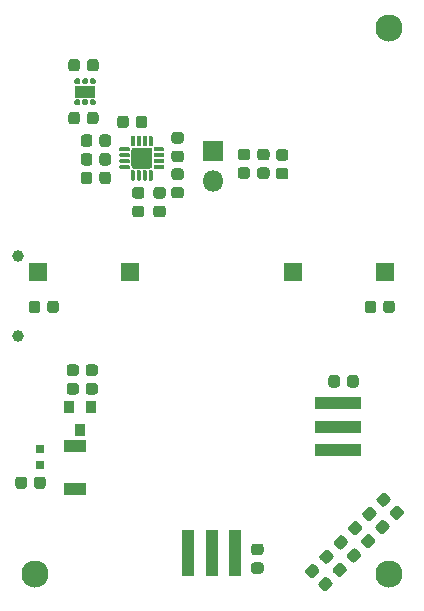
<source format=gbr>
%TF.GenerationSoftware,KiCad,Pcbnew,(5.1.6)-1*%
%TF.CreationDate,2020-07-04T15:59:08+08:00*%
%TF.ProjectId,24RF_Remote_Control,32345246-5f52-4656-9d6f-74655f436f6e,rev?*%
%TF.SameCoordinates,Original*%
%TF.FileFunction,Soldermask,Top*%
%TF.FilePolarity,Negative*%
%FSLAX46Y46*%
G04 Gerber Fmt 4.6, Leading zero omitted, Abs format (unit mm)*
G04 Created by KiCad (PCBNEW (5.1.6)-1) date 2020-07-04 15:59:08*
%MOMM*%
%LPD*%
G01*
G04 APERTURE LIST*
%ADD10R,1.700000X1.100000*%
%ADD11O,1.800000X1.800000*%
%ADD12R,1.800000X1.800000*%
%ADD13C,2.300000*%
%ADD14R,1.900000X1.000000*%
%ADD15R,0.800000X0.700000*%
%ADD16R,0.900000X1.000000*%
%ADD17C,1.000000*%
%ADD18R,1.600000X1.600000*%
%ADD19R,4.000000X1.100000*%
%ADD20R,1.100000X4.000000*%
G04 APERTURE END LIST*
%TO.C,U1*%
G36*
G01*
X140854260Y-78605940D02*
X140854260Y-79876740D01*
G75*
G02*
X140589660Y-80141340I-264600J0D01*
G01*
X139318860Y-80141340D01*
G75*
G02*
X139054260Y-79876740I0J264600D01*
G01*
X139054260Y-78605940D01*
G75*
G02*
X139318860Y-78341340I264600J0D01*
G01*
X140589660Y-78341340D01*
G75*
G02*
X140854260Y-78605940I0J-264600D01*
G01*
G37*
G36*
G01*
X141854260Y-79903840D02*
X141854260Y-80078840D01*
G75*
G02*
X141766760Y-80166340I-87500J0D01*
G01*
X141041760Y-80166340D01*
G75*
G02*
X140954260Y-80078840I0J87500D01*
G01*
X140954260Y-79903840D01*
G75*
G02*
X141041760Y-79816340I87500J0D01*
G01*
X141766760Y-79816340D01*
G75*
G02*
X141854260Y-79903840I0J-87500D01*
G01*
G37*
G36*
G01*
X141854260Y-79403840D02*
X141854260Y-79578840D01*
G75*
G02*
X141766760Y-79666340I-87500J0D01*
G01*
X141041760Y-79666340D01*
G75*
G02*
X140954260Y-79578840I0J87500D01*
G01*
X140954260Y-79403840D01*
G75*
G02*
X141041760Y-79316340I87500J0D01*
G01*
X141766760Y-79316340D01*
G75*
G02*
X141854260Y-79403840I0J-87500D01*
G01*
G37*
G36*
G01*
X141854260Y-78903840D02*
X141854260Y-79078840D01*
G75*
G02*
X141766760Y-79166340I-87500J0D01*
G01*
X141041760Y-79166340D01*
G75*
G02*
X140954260Y-79078840I0J87500D01*
G01*
X140954260Y-78903840D01*
G75*
G02*
X141041760Y-78816340I87500J0D01*
G01*
X141766760Y-78816340D01*
G75*
G02*
X141854260Y-78903840I0J-87500D01*
G01*
G37*
G36*
G01*
X141854260Y-78403840D02*
X141854260Y-78578840D01*
G75*
G02*
X141766760Y-78666340I-87500J0D01*
G01*
X141041760Y-78666340D01*
G75*
G02*
X140954260Y-78578840I0J87500D01*
G01*
X140954260Y-78403840D01*
G75*
G02*
X141041760Y-78316340I87500J0D01*
G01*
X141766760Y-78316340D01*
G75*
G02*
X141854260Y-78403840I0J-87500D01*
G01*
G37*
G36*
G01*
X140879260Y-77428840D02*
X140879260Y-78153840D01*
G75*
G02*
X140791760Y-78241340I-87500J0D01*
G01*
X140616760Y-78241340D01*
G75*
G02*
X140529260Y-78153840I0J87500D01*
G01*
X140529260Y-77428840D01*
G75*
G02*
X140616760Y-77341340I87500J0D01*
G01*
X140791760Y-77341340D01*
G75*
G02*
X140879260Y-77428840I0J-87500D01*
G01*
G37*
G36*
G01*
X140379260Y-77428840D02*
X140379260Y-78153840D01*
G75*
G02*
X140291760Y-78241340I-87500J0D01*
G01*
X140116760Y-78241340D01*
G75*
G02*
X140029260Y-78153840I0J87500D01*
G01*
X140029260Y-77428840D01*
G75*
G02*
X140116760Y-77341340I87500J0D01*
G01*
X140291760Y-77341340D01*
G75*
G02*
X140379260Y-77428840I0J-87500D01*
G01*
G37*
G36*
G01*
X139879260Y-77428840D02*
X139879260Y-78153840D01*
G75*
G02*
X139791760Y-78241340I-87500J0D01*
G01*
X139616760Y-78241340D01*
G75*
G02*
X139529260Y-78153840I0J87500D01*
G01*
X139529260Y-77428840D01*
G75*
G02*
X139616760Y-77341340I87500J0D01*
G01*
X139791760Y-77341340D01*
G75*
G02*
X139879260Y-77428840I0J-87500D01*
G01*
G37*
G36*
G01*
X139379260Y-77428840D02*
X139379260Y-78153840D01*
G75*
G02*
X139291760Y-78241340I-87500J0D01*
G01*
X139116760Y-78241340D01*
G75*
G02*
X139029260Y-78153840I0J87500D01*
G01*
X139029260Y-77428840D01*
G75*
G02*
X139116760Y-77341340I87500J0D01*
G01*
X139291760Y-77341340D01*
G75*
G02*
X139379260Y-77428840I0J-87500D01*
G01*
G37*
G36*
G01*
X138954260Y-78403840D02*
X138954260Y-78578840D01*
G75*
G02*
X138866760Y-78666340I-87500J0D01*
G01*
X138141760Y-78666340D01*
G75*
G02*
X138054260Y-78578840I0J87500D01*
G01*
X138054260Y-78403840D01*
G75*
G02*
X138141760Y-78316340I87500J0D01*
G01*
X138866760Y-78316340D01*
G75*
G02*
X138954260Y-78403840I0J-87500D01*
G01*
G37*
G36*
G01*
X138954260Y-78903840D02*
X138954260Y-79078840D01*
G75*
G02*
X138866760Y-79166340I-87500J0D01*
G01*
X138141760Y-79166340D01*
G75*
G02*
X138054260Y-79078840I0J87500D01*
G01*
X138054260Y-78903840D01*
G75*
G02*
X138141760Y-78816340I87500J0D01*
G01*
X138866760Y-78816340D01*
G75*
G02*
X138954260Y-78903840I0J-87500D01*
G01*
G37*
G36*
G01*
X138954260Y-79403840D02*
X138954260Y-79578840D01*
G75*
G02*
X138866760Y-79666340I-87500J0D01*
G01*
X138141760Y-79666340D01*
G75*
G02*
X138054260Y-79578840I0J87500D01*
G01*
X138054260Y-79403840D01*
G75*
G02*
X138141760Y-79316340I87500J0D01*
G01*
X138866760Y-79316340D01*
G75*
G02*
X138954260Y-79403840I0J-87500D01*
G01*
G37*
G36*
G01*
X138954260Y-79903840D02*
X138954260Y-80078840D01*
G75*
G02*
X138866760Y-80166340I-87500J0D01*
G01*
X138141760Y-80166340D01*
G75*
G02*
X138054260Y-80078840I0J87500D01*
G01*
X138054260Y-79903840D01*
G75*
G02*
X138141760Y-79816340I87500J0D01*
G01*
X138866760Y-79816340D01*
G75*
G02*
X138954260Y-79903840I0J-87500D01*
G01*
G37*
G36*
G01*
X139379260Y-80328840D02*
X139379260Y-81053840D01*
G75*
G02*
X139291760Y-81141340I-87500J0D01*
G01*
X139116760Y-81141340D01*
G75*
G02*
X139029260Y-81053840I0J87500D01*
G01*
X139029260Y-80328840D01*
G75*
G02*
X139116760Y-80241340I87500J0D01*
G01*
X139291760Y-80241340D01*
G75*
G02*
X139379260Y-80328840I0J-87500D01*
G01*
G37*
G36*
G01*
X139879260Y-80328840D02*
X139879260Y-81053840D01*
G75*
G02*
X139791760Y-81141340I-87500J0D01*
G01*
X139616760Y-81141340D01*
G75*
G02*
X139529260Y-81053840I0J87500D01*
G01*
X139529260Y-80328840D01*
G75*
G02*
X139616760Y-80241340I87500J0D01*
G01*
X139791760Y-80241340D01*
G75*
G02*
X139879260Y-80328840I0J-87500D01*
G01*
G37*
G36*
G01*
X140379260Y-80328840D02*
X140379260Y-81053840D01*
G75*
G02*
X140291760Y-81141340I-87500J0D01*
G01*
X140116760Y-81141340D01*
G75*
G02*
X140029260Y-81053840I0J87500D01*
G01*
X140029260Y-80328840D01*
G75*
G02*
X140116760Y-80241340I87500J0D01*
G01*
X140291760Y-80241340D01*
G75*
G02*
X140379260Y-80328840I0J-87500D01*
G01*
G37*
G36*
G01*
X140879260Y-80328840D02*
X140879260Y-81053840D01*
G75*
G02*
X140791760Y-81141340I-87500J0D01*
G01*
X140616760Y-81141340D01*
G75*
G02*
X140529260Y-81053840I0J87500D01*
G01*
X140529260Y-80328840D01*
G75*
G02*
X140616760Y-80241340I87500J0D01*
G01*
X140791760Y-80241340D01*
G75*
G02*
X140879260Y-80328840I0J-87500D01*
G01*
G37*
%TD*%
%TO.C,U2*%
G36*
G01*
X135670470Y-72488600D02*
X135932970Y-72488600D01*
G75*
G02*
X136051720Y-72607350I0J-118750D01*
G01*
X136051720Y-72844850D01*
G75*
G02*
X135932970Y-72963600I-118750J0D01*
G01*
X135670470Y-72963600D01*
G75*
G02*
X135551720Y-72844850I0J118750D01*
G01*
X135551720Y-72607350D01*
G75*
G02*
X135670470Y-72488600I118750J0D01*
G01*
G37*
G36*
G01*
X135020470Y-72488600D02*
X135282970Y-72488600D01*
G75*
G02*
X135401720Y-72607350I0J-118750D01*
G01*
X135401720Y-72844850D01*
G75*
G02*
X135282970Y-72963600I-118750J0D01*
G01*
X135020470Y-72963600D01*
G75*
G02*
X134901720Y-72844850I0J118750D01*
G01*
X134901720Y-72607350D01*
G75*
G02*
X135020470Y-72488600I118750J0D01*
G01*
G37*
G36*
G01*
X134370470Y-72488600D02*
X134632970Y-72488600D01*
G75*
G02*
X134751720Y-72607350I0J-118750D01*
G01*
X134751720Y-72844850D01*
G75*
G02*
X134632970Y-72963600I-118750J0D01*
G01*
X134370470Y-72963600D01*
G75*
G02*
X134251720Y-72844850I0J118750D01*
G01*
X134251720Y-72607350D01*
G75*
G02*
X134370470Y-72488600I118750J0D01*
G01*
G37*
G36*
G01*
X134370470Y-74263600D02*
X134632970Y-74263600D01*
G75*
G02*
X134751720Y-74382350I0J-118750D01*
G01*
X134751720Y-74619850D01*
G75*
G02*
X134632970Y-74738600I-118750J0D01*
G01*
X134370470Y-74738600D01*
G75*
G02*
X134251720Y-74619850I0J118750D01*
G01*
X134251720Y-74382350D01*
G75*
G02*
X134370470Y-74263600I118750J0D01*
G01*
G37*
G36*
G01*
X135020470Y-74263600D02*
X135282970Y-74263600D01*
G75*
G02*
X135401720Y-74382350I0J-118750D01*
G01*
X135401720Y-74619850D01*
G75*
G02*
X135282970Y-74738600I-118750J0D01*
G01*
X135020470Y-74738600D01*
G75*
G02*
X134901720Y-74619850I0J118750D01*
G01*
X134901720Y-74382350D01*
G75*
G02*
X135020470Y-74263600I118750J0D01*
G01*
G37*
G36*
G01*
X135670470Y-74263600D02*
X135932970Y-74263600D01*
G75*
G02*
X136051720Y-74382350I0J-118750D01*
G01*
X136051720Y-74619850D01*
G75*
G02*
X135932970Y-74738600I-118750J0D01*
G01*
X135670470Y-74738600D01*
G75*
G02*
X135551720Y-74619850I0J118750D01*
G01*
X135551720Y-74382350D01*
G75*
G02*
X135670470Y-74263600I118750J0D01*
G01*
G37*
D10*
X135151720Y-73613600D03*
%TD*%
D11*
%TO.C,J5*%
X145989900Y-81180260D03*
D12*
X145989900Y-78640260D03*
%TD*%
D13*
%TO.C,REF\u002A\u002A*%
X160844240Y-114462240D03*
%TD*%
%TO.C,REF\u002A\u002A*%
X160843820Y-68251760D03*
%TD*%
%TO.C,REF\u002A\u002A*%
X130891760Y-114462240D03*
%TD*%
D14*
%TO.C,BZ1*%
X134335600Y-107205480D03*
X134335600Y-103605480D03*
%TD*%
%TO.C,C1*%
G36*
G01*
X134788580Y-81192270D02*
X134788580Y-80629770D01*
G75*
G02*
X135032330Y-80386020I243750J0D01*
G01*
X135519830Y-80386020D01*
G75*
G02*
X135763580Y-80629770I0J-243750D01*
G01*
X135763580Y-81192270D01*
G75*
G02*
X135519830Y-81436020I-243750J0D01*
G01*
X135032330Y-81436020D01*
G75*
G02*
X134788580Y-81192270I0J243750D01*
G01*
G37*
G36*
G01*
X136363580Y-81192270D02*
X136363580Y-80629770D01*
G75*
G02*
X136607330Y-80386020I243750J0D01*
G01*
X137094830Y-80386020D01*
G75*
G02*
X137338580Y-80629770I0J-243750D01*
G01*
X137338580Y-81192270D01*
G75*
G02*
X137094830Y-81436020I-243750J0D01*
G01*
X136607330Y-81436020D01*
G75*
G02*
X136363580Y-81192270I0J243750D01*
G01*
G37*
%TD*%
%TO.C,C2*%
G36*
G01*
X142703830Y-77024900D02*
X143266330Y-77024900D01*
G75*
G02*
X143510080Y-77268650I0J-243750D01*
G01*
X143510080Y-77756150D01*
G75*
G02*
X143266330Y-77999900I-243750J0D01*
G01*
X142703830Y-77999900D01*
G75*
G02*
X142460080Y-77756150I0J243750D01*
G01*
X142460080Y-77268650D01*
G75*
G02*
X142703830Y-77024900I243750J0D01*
G01*
G37*
G36*
G01*
X142703830Y-78599900D02*
X143266330Y-78599900D01*
G75*
G02*
X143510080Y-78843650I0J-243750D01*
G01*
X143510080Y-79331150D01*
G75*
G02*
X143266330Y-79574900I-243750J0D01*
G01*
X142703830Y-79574900D01*
G75*
G02*
X142460080Y-79331150I0J243750D01*
G01*
X142460080Y-78843650D01*
G75*
G02*
X142703830Y-78599900I243750J0D01*
G01*
G37*
%TD*%
%TO.C,C3*%
G36*
G01*
X135763580Y-77473398D02*
X135763580Y-78035898D01*
G75*
G02*
X135519830Y-78279648I-243750J0D01*
G01*
X135032330Y-78279648D01*
G75*
G02*
X134788580Y-78035898I0J243750D01*
G01*
X134788580Y-77473398D01*
G75*
G02*
X135032330Y-77229648I243750J0D01*
G01*
X135519830Y-77229648D01*
G75*
G02*
X135763580Y-77473398I0J-243750D01*
G01*
G37*
G36*
G01*
X137338580Y-77473398D02*
X137338580Y-78035898D01*
G75*
G02*
X137094830Y-78279648I-243750J0D01*
G01*
X136607330Y-78279648D01*
G75*
G02*
X136363580Y-78035898I0J243750D01*
G01*
X136363580Y-77473398D01*
G75*
G02*
X136607330Y-77229648I243750J0D01*
G01*
X137094830Y-77229648D01*
G75*
G02*
X137338580Y-77473398I0J-243750D01*
G01*
G37*
%TD*%
%TO.C,C4*%
G36*
G01*
X134712020Y-75559930D02*
X134712020Y-76122430D01*
G75*
G02*
X134468270Y-76366180I-243750J0D01*
G01*
X133980770Y-76366180D01*
G75*
G02*
X133737020Y-76122430I0J243750D01*
G01*
X133737020Y-75559930D01*
G75*
G02*
X133980770Y-75316180I243750J0D01*
G01*
X134468270Y-75316180D01*
G75*
G02*
X134712020Y-75559930I0J-243750D01*
G01*
G37*
G36*
G01*
X136287020Y-75559930D02*
X136287020Y-76122430D01*
G75*
G02*
X136043270Y-76366180I-243750J0D01*
G01*
X135555770Y-76366180D01*
G75*
G02*
X135312020Y-76122430I0J243750D01*
G01*
X135312020Y-75559930D01*
G75*
G02*
X135555770Y-75316180I243750J0D01*
G01*
X136043270Y-75316180D01*
G75*
G02*
X136287020Y-75559930I0J-243750D01*
G01*
G37*
%TD*%
%TO.C,C5*%
G36*
G01*
X136287020Y-71079370D02*
X136287020Y-71641870D01*
G75*
G02*
X136043270Y-71885620I-243750J0D01*
G01*
X135555770Y-71885620D01*
G75*
G02*
X135312020Y-71641870I0J243750D01*
G01*
X135312020Y-71079370D01*
G75*
G02*
X135555770Y-70835620I243750J0D01*
G01*
X136043270Y-70835620D01*
G75*
G02*
X136287020Y-71079370I0J-243750D01*
G01*
G37*
G36*
G01*
X134712020Y-71079370D02*
X134712020Y-71641870D01*
G75*
G02*
X134468270Y-71885620I-243750J0D01*
G01*
X133980770Y-71885620D01*
G75*
G02*
X133737020Y-71641870I0J243750D01*
G01*
X133737020Y-71079370D01*
G75*
G02*
X133980770Y-70835620I243750J0D01*
G01*
X134468270Y-70835620D01*
G75*
G02*
X134712020Y-71079370I0J-243750D01*
G01*
G37*
%TD*%
%TO.C,C19*%
G36*
G01*
X152115690Y-81030320D02*
X151553190Y-81030320D01*
G75*
G02*
X151309440Y-80786570I0J243750D01*
G01*
X151309440Y-80299070D01*
G75*
G02*
X151553190Y-80055320I243750J0D01*
G01*
X152115690Y-80055320D01*
G75*
G02*
X152359440Y-80299070I0J-243750D01*
G01*
X152359440Y-80786570D01*
G75*
G02*
X152115690Y-81030320I-243750J0D01*
G01*
G37*
G36*
G01*
X152115690Y-79455320D02*
X151553190Y-79455320D01*
G75*
G02*
X151309440Y-79211570I0J243750D01*
G01*
X151309440Y-78724070D01*
G75*
G02*
X151553190Y-78480320I243750J0D01*
G01*
X152115690Y-78480320D01*
G75*
G02*
X152359440Y-78724070I0J-243750D01*
G01*
X152359440Y-79211570D01*
G75*
G02*
X152115690Y-79455320I-243750J0D01*
G01*
G37*
%TD*%
%TO.C,C20*%
G36*
G01*
X131946520Y-92111730D02*
X131946520Y-91549230D01*
G75*
G02*
X132190270Y-91305480I243750J0D01*
G01*
X132677770Y-91305480D01*
G75*
G02*
X132921520Y-91549230I0J-243750D01*
G01*
X132921520Y-92111730D01*
G75*
G02*
X132677770Y-92355480I-243750J0D01*
G01*
X132190270Y-92355480D01*
G75*
G02*
X131946520Y-92111730I0J243750D01*
G01*
G37*
G36*
G01*
X130371520Y-92111730D02*
X130371520Y-91549230D01*
G75*
G02*
X130615270Y-91305480I243750J0D01*
G01*
X131102770Y-91305480D01*
G75*
G02*
X131346520Y-91549230I0J-243750D01*
G01*
X131346520Y-92111730D01*
G75*
G02*
X131102770Y-92355480I-243750J0D01*
G01*
X130615270Y-92355480D01*
G75*
G02*
X130371520Y-92111730I0J243750D01*
G01*
G37*
%TD*%
%TO.C,C21*%
G36*
G01*
X161364440Y-91549230D02*
X161364440Y-92111730D01*
G75*
G02*
X161120690Y-92355480I-243750J0D01*
G01*
X160633190Y-92355480D01*
G75*
G02*
X160389440Y-92111730I0J243750D01*
G01*
X160389440Y-91549230D01*
G75*
G02*
X160633190Y-91305480I243750J0D01*
G01*
X161120690Y-91305480D01*
G75*
G02*
X161364440Y-91549230I0J-243750D01*
G01*
G37*
G36*
G01*
X159789440Y-91549230D02*
X159789440Y-92111730D01*
G75*
G02*
X159545690Y-92355480I-243750J0D01*
G01*
X159058190Y-92355480D01*
G75*
G02*
X158814440Y-92111730I0J243750D01*
G01*
X158814440Y-91549230D01*
G75*
G02*
X159058190Y-91305480I243750J0D01*
G01*
X159545690Y-91305480D01*
G75*
G02*
X159789440Y-91549230I0J-243750D01*
G01*
G37*
%TD*%
%TO.C,D1*%
G36*
G01*
X156159711Y-113947903D02*
X156557459Y-113550156D01*
G75*
G02*
X156902173Y-113550156I172357J-172357D01*
G01*
X157246887Y-113894870D01*
G75*
G02*
X157246887Y-114239584I-172357J-172357D01*
G01*
X156849139Y-114637332D01*
G75*
G02*
X156504425Y-114637332I-172357J172357D01*
G01*
X156159711Y-114292618D01*
G75*
G02*
X156159711Y-113947904I172357J172357D01*
G01*
G37*
G36*
G01*
X155046017Y-112834209D02*
X155443765Y-112436462D01*
G75*
G02*
X155788479Y-112436462I172357J-172357D01*
G01*
X156133193Y-112781176D01*
G75*
G02*
X156133193Y-113125890I-172357J-172357D01*
G01*
X155735445Y-113523638D01*
G75*
G02*
X155390731Y-113523638I-172357J172357D01*
G01*
X155046017Y-113178924D01*
G75*
G02*
X155046017Y-112834210I172357J172357D01*
G01*
G37*
%TD*%
%TO.C,D2*%
G36*
G01*
X157461347Y-110418879D02*
X157859095Y-110021132D01*
G75*
G02*
X158203809Y-110021132I172357J-172357D01*
G01*
X158548523Y-110365846D01*
G75*
G02*
X158548523Y-110710560I-172357J-172357D01*
G01*
X158150775Y-111108308D01*
G75*
G02*
X157806061Y-111108308I-172357J172357D01*
G01*
X157461347Y-110763594D01*
G75*
G02*
X157461347Y-110418880I172357J172357D01*
G01*
G37*
G36*
G01*
X158575041Y-111532573D02*
X158972789Y-111134826D01*
G75*
G02*
X159317503Y-111134826I172357J-172357D01*
G01*
X159662217Y-111479540D01*
G75*
G02*
X159662217Y-111824254I-172357J-172357D01*
G01*
X159264469Y-112222002D01*
G75*
G02*
X158919755Y-112222002I-172357J172357D01*
G01*
X158575041Y-111877288D01*
G75*
G02*
X158575041Y-111532574I172357J172357D01*
G01*
G37*
%TD*%
%TO.C,D4*%
G36*
G01*
X160990370Y-109117243D02*
X161388118Y-108719496D01*
G75*
G02*
X161732832Y-108719496I172357J-172357D01*
G01*
X162077546Y-109064210D01*
G75*
G02*
X162077546Y-109408924I-172357J-172357D01*
G01*
X161679798Y-109806672D01*
G75*
G02*
X161335084Y-109806672I-172357J172357D01*
G01*
X160990370Y-109461958D01*
G75*
G02*
X160990370Y-109117244I172357J172357D01*
G01*
G37*
G36*
G01*
X159876676Y-108003549D02*
X160274424Y-107605802D01*
G75*
G02*
X160619138Y-107605802I172357J-172357D01*
G01*
X160963852Y-107950516D01*
G75*
G02*
X160963852Y-108295230I-172357J-172357D01*
G01*
X160566104Y-108692978D01*
G75*
G02*
X160221390Y-108692978I-172357J172357D01*
G01*
X159876676Y-108348264D01*
G75*
G02*
X159876676Y-108003550I172357J172357D01*
G01*
G37*
%TD*%
D15*
%TO.C,D6*%
X131311240Y-103830480D03*
X131311240Y-105230480D03*
%TD*%
D16*
%TO.C,Q1*%
X134718460Y-102288040D03*
X133768460Y-100288040D03*
X135668460Y-100288040D03*
%TD*%
%TO.C,R1*%
G36*
G01*
X142693670Y-81675840D02*
X143256170Y-81675840D01*
G75*
G02*
X143499920Y-81919590I0J-243750D01*
G01*
X143499920Y-82407090D01*
G75*
G02*
X143256170Y-82650840I-243750J0D01*
G01*
X142693670Y-82650840D01*
G75*
G02*
X142449920Y-82407090I0J243750D01*
G01*
X142449920Y-81919590D01*
G75*
G02*
X142693670Y-81675840I243750J0D01*
G01*
G37*
G36*
G01*
X142693670Y-80100840D02*
X143256170Y-80100840D01*
G75*
G02*
X143499920Y-80344590I0J-243750D01*
G01*
X143499920Y-80832090D01*
G75*
G02*
X143256170Y-81075840I-243750J0D01*
G01*
X142693670Y-81075840D01*
G75*
G02*
X142449920Y-80832090I0J243750D01*
G01*
X142449920Y-80344590D01*
G75*
G02*
X142693670Y-80100840I243750J0D01*
G01*
G37*
%TD*%
%TO.C,R2*%
G36*
G01*
X139933850Y-82663340D02*
X139371350Y-82663340D01*
G75*
G02*
X139127600Y-82419590I0J243750D01*
G01*
X139127600Y-81932090D01*
G75*
G02*
X139371350Y-81688340I243750J0D01*
G01*
X139933850Y-81688340D01*
G75*
G02*
X140177600Y-81932090I0J-243750D01*
G01*
X140177600Y-82419590D01*
G75*
G02*
X139933850Y-82663340I-243750J0D01*
G01*
G37*
G36*
G01*
X139933850Y-84238340D02*
X139371350Y-84238340D01*
G75*
G02*
X139127600Y-83994590I0J243750D01*
G01*
X139127600Y-83507090D01*
G75*
G02*
X139371350Y-83263340I243750J0D01*
G01*
X139933850Y-83263340D01*
G75*
G02*
X140177600Y-83507090I0J-243750D01*
G01*
X140177600Y-83994590D01*
G75*
G02*
X139933850Y-84238340I-243750J0D01*
G01*
G37*
%TD*%
%TO.C,R3*%
G36*
G01*
X134788580Y-79614084D02*
X134788580Y-79051584D01*
G75*
G02*
X135032330Y-78807834I243750J0D01*
G01*
X135519830Y-78807834D01*
G75*
G02*
X135763580Y-79051584I0J-243750D01*
G01*
X135763580Y-79614084D01*
G75*
G02*
X135519830Y-79857834I-243750J0D01*
G01*
X135032330Y-79857834D01*
G75*
G02*
X134788580Y-79614084I0J243750D01*
G01*
G37*
G36*
G01*
X136363580Y-79614084D02*
X136363580Y-79051584D01*
G75*
G02*
X136607330Y-78807834I243750J0D01*
G01*
X137094830Y-78807834D01*
G75*
G02*
X137338580Y-79051584I0J-243750D01*
G01*
X137338580Y-79614084D01*
G75*
G02*
X137094830Y-79857834I-243750J0D01*
G01*
X136607330Y-79857834D01*
G75*
G02*
X136363580Y-79614084I0J243750D01*
G01*
G37*
%TD*%
%TO.C,R4*%
G36*
G01*
X141734710Y-82665880D02*
X141172210Y-82665880D01*
G75*
G02*
X140928460Y-82422130I0J243750D01*
G01*
X140928460Y-81934630D01*
G75*
G02*
X141172210Y-81690880I243750J0D01*
G01*
X141734710Y-81690880D01*
G75*
G02*
X141978460Y-81934630I0J-243750D01*
G01*
X141978460Y-82422130D01*
G75*
G02*
X141734710Y-82665880I-243750J0D01*
G01*
G37*
G36*
G01*
X141734710Y-84240880D02*
X141172210Y-84240880D01*
G75*
G02*
X140928460Y-83997130I0J243750D01*
G01*
X140928460Y-83509630D01*
G75*
G02*
X141172210Y-83265880I243750J0D01*
G01*
X141734710Y-83265880D01*
G75*
G02*
X141978460Y-83509630I0J-243750D01*
G01*
X141978460Y-83997130D01*
G75*
G02*
X141734710Y-84240880I-243750J0D01*
G01*
G37*
%TD*%
%TO.C,R5*%
G36*
G01*
X156253682Y-111626544D02*
X156651430Y-111228797D01*
G75*
G02*
X156996144Y-111228797I172357J-172357D01*
G01*
X157340858Y-111573511D01*
G75*
G02*
X157340858Y-111918225I-172357J-172357D01*
G01*
X156943110Y-112315973D01*
G75*
G02*
X156598396Y-112315973I-172357J172357D01*
G01*
X156253682Y-111971259D01*
G75*
G02*
X156253682Y-111626545I172357J172357D01*
G01*
G37*
G36*
G01*
X157367376Y-112740238D02*
X157765124Y-112342491D01*
G75*
G02*
X158109838Y-112342491I172357J-172357D01*
G01*
X158454552Y-112687205D01*
G75*
G02*
X158454552Y-113031919I-172357J-172357D01*
G01*
X158056804Y-113429667D01*
G75*
G02*
X157712090Y-113429667I-172357J172357D01*
G01*
X157367376Y-113084953D01*
G75*
G02*
X157367376Y-112740239I172357J172357D01*
G01*
G37*
%TD*%
%TO.C,R7*%
G36*
G01*
X160869881Y-110616590D02*
X160472133Y-111014337D01*
G75*
G02*
X160127419Y-111014337I-172357J172357D01*
G01*
X159782705Y-110669623D01*
G75*
G02*
X159782705Y-110324909I172357J172357D01*
G01*
X160180453Y-109927161D01*
G75*
G02*
X160525167Y-109927161I172357J-172357D01*
G01*
X160869881Y-110271875D01*
G75*
G02*
X160869881Y-110616589I-172357J-172357D01*
G01*
G37*
G36*
G01*
X159756187Y-109502896D02*
X159358439Y-109900643D01*
G75*
G02*
X159013725Y-109900643I-172357J172357D01*
G01*
X158669011Y-109555929D01*
G75*
G02*
X158669011Y-109211215I172357J172357D01*
G01*
X159066759Y-108813467D01*
G75*
G02*
X159411473Y-108813467I172357J-172357D01*
G01*
X159756187Y-109158181D01*
G75*
G02*
X159756187Y-109502895I-172357J-172357D01*
G01*
G37*
%TD*%
%TO.C,R17*%
G36*
G01*
X135432210Y-96703620D02*
X135994710Y-96703620D01*
G75*
G02*
X136238460Y-96947370I0J-243750D01*
G01*
X136238460Y-97434870D01*
G75*
G02*
X135994710Y-97678620I-243750J0D01*
G01*
X135432210Y-97678620D01*
G75*
G02*
X135188460Y-97434870I0J243750D01*
G01*
X135188460Y-96947370D01*
G75*
G02*
X135432210Y-96703620I243750J0D01*
G01*
G37*
G36*
G01*
X135432210Y-98278620D02*
X135994710Y-98278620D01*
G75*
G02*
X136238460Y-98522370I0J-243750D01*
G01*
X136238460Y-99009870D01*
G75*
G02*
X135994710Y-99253620I-243750J0D01*
G01*
X135432210Y-99253620D01*
G75*
G02*
X135188460Y-99009870I0J243750D01*
G01*
X135188460Y-98522370D01*
G75*
G02*
X135432210Y-98278620I243750J0D01*
G01*
G37*
%TD*%
%TO.C,R18*%
G36*
G01*
X134394510Y-97678620D02*
X133832010Y-97678620D01*
G75*
G02*
X133588260Y-97434870I0J243750D01*
G01*
X133588260Y-96947370D01*
G75*
G02*
X133832010Y-96703620I243750J0D01*
G01*
X134394510Y-96703620D01*
G75*
G02*
X134638260Y-96947370I0J-243750D01*
G01*
X134638260Y-97434870D01*
G75*
G02*
X134394510Y-97678620I-243750J0D01*
G01*
G37*
G36*
G01*
X134394510Y-99253620D02*
X133832010Y-99253620D01*
G75*
G02*
X133588260Y-99009870I0J243750D01*
G01*
X133588260Y-98522370D01*
G75*
G02*
X133832010Y-98278620I243750J0D01*
G01*
X134394510Y-98278620D01*
G75*
G02*
X134638260Y-98522370I0J-243750D01*
G01*
X134638260Y-99009870D01*
G75*
G02*
X134394510Y-99253620I-243750J0D01*
G01*
G37*
%TD*%
%TO.C,R20*%
G36*
G01*
X150012570Y-112853780D02*
X149450070Y-112853780D01*
G75*
G02*
X149206320Y-112610030I0J243750D01*
G01*
X149206320Y-112122530D01*
G75*
G02*
X149450070Y-111878780I243750J0D01*
G01*
X150012570Y-111878780D01*
G75*
G02*
X150256320Y-112122530I0J-243750D01*
G01*
X150256320Y-112610030D01*
G75*
G02*
X150012570Y-112853780I-243750J0D01*
G01*
G37*
G36*
G01*
X150012570Y-114428780D02*
X149450070Y-114428780D01*
G75*
G02*
X149206320Y-114185030I0J243750D01*
G01*
X149206320Y-113697530D01*
G75*
G02*
X149450070Y-113453780I243750J0D01*
G01*
X150012570Y-113453780D01*
G75*
G02*
X150256320Y-113697530I0J-243750D01*
G01*
X150256320Y-114185030D01*
G75*
G02*
X150012570Y-114428780I-243750J0D01*
G01*
G37*
%TD*%
%TO.C,R21*%
G36*
G01*
X148317230Y-79996900D02*
X148879730Y-79996900D01*
G75*
G02*
X149123480Y-80240650I0J-243750D01*
G01*
X149123480Y-80728150D01*
G75*
G02*
X148879730Y-80971900I-243750J0D01*
G01*
X148317230Y-80971900D01*
G75*
G02*
X148073480Y-80728150I0J243750D01*
G01*
X148073480Y-80240650D01*
G75*
G02*
X148317230Y-79996900I243750J0D01*
G01*
G37*
G36*
G01*
X148317230Y-78421900D02*
X148879730Y-78421900D01*
G75*
G02*
X149123480Y-78665650I0J-243750D01*
G01*
X149123480Y-79153150D01*
G75*
G02*
X148879730Y-79396900I-243750J0D01*
G01*
X148317230Y-79396900D01*
G75*
G02*
X148073480Y-79153150I0J243750D01*
G01*
X148073480Y-78665650D01*
G75*
G02*
X148317230Y-78421900I243750J0D01*
G01*
G37*
%TD*%
%TO.C,R22*%
G36*
G01*
X150522470Y-80989500D02*
X149959970Y-80989500D01*
G75*
G02*
X149716220Y-80745750I0J243750D01*
G01*
X149716220Y-80258250D01*
G75*
G02*
X149959970Y-80014500I243750J0D01*
G01*
X150522470Y-80014500D01*
G75*
G02*
X150766220Y-80258250I0J-243750D01*
G01*
X150766220Y-80745750D01*
G75*
G02*
X150522470Y-80989500I-243750J0D01*
G01*
G37*
G36*
G01*
X150522470Y-79414500D02*
X149959970Y-79414500D01*
G75*
G02*
X149716220Y-79170750I0J243750D01*
G01*
X149716220Y-78683250D01*
G75*
G02*
X149959970Y-78439500I243750J0D01*
G01*
X150522470Y-78439500D01*
G75*
G02*
X150766220Y-78683250I0J-243750D01*
G01*
X150766220Y-79170750D01*
G75*
G02*
X150522470Y-79414500I-243750J0D01*
G01*
G37*
%TD*%
%TO.C,R23*%
G36*
G01*
X153838352Y-114041874D02*
X154236100Y-113644127D01*
G75*
G02*
X154580814Y-113644127I172357J-172357D01*
G01*
X154925528Y-113988841D01*
G75*
G02*
X154925528Y-114333555I-172357J-172357D01*
G01*
X154527780Y-114731303D01*
G75*
G02*
X154183066Y-114731303I-172357J172357D01*
G01*
X153838352Y-114386589D01*
G75*
G02*
X153838352Y-114041875I172357J172357D01*
G01*
G37*
G36*
G01*
X154952046Y-115155568D02*
X155349794Y-114757821D01*
G75*
G02*
X155694508Y-114757821I172357J-172357D01*
G01*
X156039222Y-115102535D01*
G75*
G02*
X156039222Y-115447249I-172357J-172357D01*
G01*
X155641474Y-115844997D01*
G75*
G02*
X155296760Y-115844997I-172357J172357D01*
G01*
X154952046Y-115500283D01*
G75*
G02*
X154952046Y-115155569I172357J172357D01*
G01*
G37*
%TD*%
%TO.C,R25*%
G36*
G01*
X155752940Y-98412410D02*
X155752940Y-97849910D01*
G75*
G02*
X155996690Y-97606160I243750J0D01*
G01*
X156484190Y-97606160D01*
G75*
G02*
X156727940Y-97849910I0J-243750D01*
G01*
X156727940Y-98412410D01*
G75*
G02*
X156484190Y-98656160I-243750J0D01*
G01*
X155996690Y-98656160D01*
G75*
G02*
X155752940Y-98412410I0J243750D01*
G01*
G37*
G36*
G01*
X157327940Y-98412410D02*
X157327940Y-97849910D01*
G75*
G02*
X157571690Y-97606160I243750J0D01*
G01*
X158059190Y-97606160D01*
G75*
G02*
X158302940Y-97849910I0J-243750D01*
G01*
X158302940Y-98412410D01*
G75*
G02*
X158059190Y-98656160I-243750J0D01*
G01*
X157571690Y-98656160D01*
G75*
G02*
X157327940Y-98412410I0J243750D01*
G01*
G37*
%TD*%
%TO.C,R26*%
G36*
G01*
X130826380Y-107003750D02*
X130826380Y-106441250D01*
G75*
G02*
X131070130Y-106197500I243750J0D01*
G01*
X131557630Y-106197500D01*
G75*
G02*
X131801380Y-106441250I0J-243750D01*
G01*
X131801380Y-107003750D01*
G75*
G02*
X131557630Y-107247500I-243750J0D01*
G01*
X131070130Y-107247500D01*
G75*
G02*
X130826380Y-107003750I0J243750D01*
G01*
G37*
G36*
G01*
X129251380Y-107003750D02*
X129251380Y-106441250D01*
G75*
G02*
X129495130Y-106197500I243750J0D01*
G01*
X129982630Y-106197500D01*
G75*
G02*
X130226380Y-106441250I0J-243750D01*
G01*
X130226380Y-107003750D01*
G75*
G02*
X129982630Y-107247500I-243750J0D01*
G01*
X129495130Y-107247500D01*
G75*
G02*
X129251380Y-107003750I0J243750D01*
G01*
G37*
%TD*%
D17*
%TO.C,S1*%
X129451960Y-94300840D03*
X129451960Y-87500840D03*
%TD*%
D18*
%TO.C,SW1*%
X131188220Y-88863760D03*
X138988220Y-88863760D03*
%TD*%
%TO.C,SW2*%
X152747340Y-88863760D03*
X160547340Y-88863760D03*
%TD*%
D19*
%TO.C,U8*%
X156548000Y-99960620D03*
X156548000Y-101960620D03*
X156548000Y-103960620D03*
D20*
X143868000Y-112640620D03*
X145868000Y-112640620D03*
X147868000Y-112640620D03*
%TD*%
%TO.C,R6*%
G36*
G01*
X137861980Y-76452630D02*
X137861980Y-75890130D01*
G75*
G02*
X138105730Y-75646380I243750J0D01*
G01*
X138593230Y-75646380D01*
G75*
G02*
X138836980Y-75890130I0J-243750D01*
G01*
X138836980Y-76452630D01*
G75*
G02*
X138593230Y-76696380I-243750J0D01*
G01*
X138105730Y-76696380D01*
G75*
G02*
X137861980Y-76452630I0J243750D01*
G01*
G37*
G36*
G01*
X139436980Y-76452630D02*
X139436980Y-75890130D01*
G75*
G02*
X139680730Y-75646380I243750J0D01*
G01*
X140168230Y-75646380D01*
G75*
G02*
X140411980Y-75890130I0J-243750D01*
G01*
X140411980Y-76452630D01*
G75*
G02*
X140168230Y-76696380I-243750J0D01*
G01*
X139680730Y-76696380D01*
G75*
G02*
X139436980Y-76452630I0J243750D01*
G01*
G37*
%TD*%
M02*

</source>
